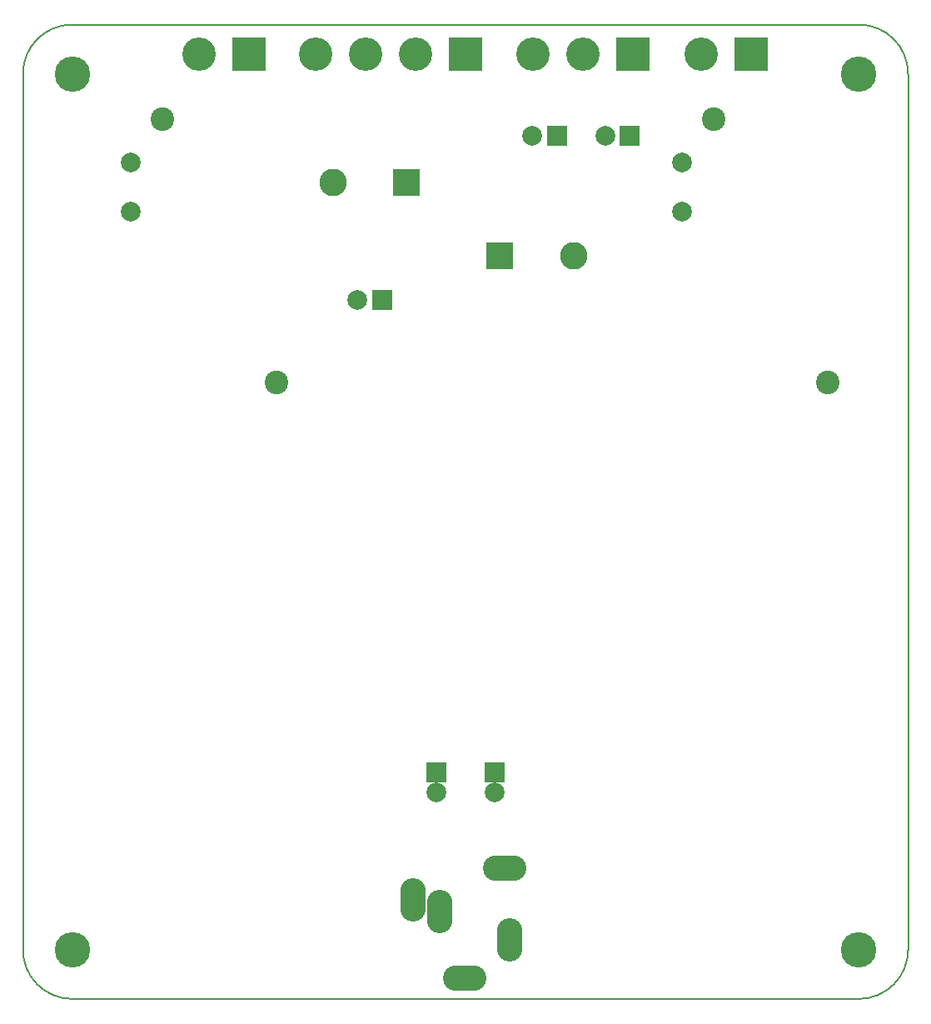
<source format=gbr>
%TF.GenerationSoftware,KiCad,Pcbnew,4.0.7-e2-6376~58~ubuntu16.04.1*%
%TF.CreationDate,2017-12-27T14:53:42+01:00*%
%TF.ProjectId,Class_D_Amp,436C6173735F445F416D702E6B696361,rev?*%
%TF.FileFunction,Soldermask,Bot*%
%FSLAX46Y46*%
G04 Gerber Fmt 4.6, Leading zero omitted, Abs format (unit mm)*
G04 Created by KiCad (PCBNEW 4.0.7-e2-6376~58~ubuntu16.04.1) date Wed Dec 27 14:53:42 2017*
%MOMM*%
%LPD*%
G01*
G04 APERTURE LIST*
%ADD10C,0.150000*%
%ADD11C,3.400000*%
%ADD12R,3.400000X3.400000*%
%ADD13R,2.000000X2.000000*%
%ADD14C,2.000000*%
%ADD15R,2.800000X2.800000*%
%ADD16C,2.800000*%
%ADD17C,2.400000*%
%ADD18O,2.600000X4.400000*%
%ADD19O,4.400000X2.600000*%
%ADD20C,3.600000*%
G04 APERTURE END LIST*
D10*
X110000000Y-21000000D02*
X110000000Y-110000000D01*
X20000000Y-21000000D02*
X20000000Y-110000000D01*
X105000000Y-16000000D02*
X25000000Y-16000000D01*
X25000000Y-115000000D02*
X105000000Y-115000000D01*
X20000000Y-110000000D02*
G75*
G03X25000000Y-115000000I5000000J0D01*
G01*
X25000000Y-16000000D02*
G75*
G03X20000000Y-21000000I0J-5000000D01*
G01*
X110000000Y-21000000D02*
G75*
G03X105000000Y-16000000I-5000000J0D01*
G01*
X105000000Y-115000000D02*
G75*
G03X110000000Y-110000000I0J5000000D01*
G01*
D11*
X59920000Y-19000000D03*
X54840000Y-19000000D03*
D12*
X65000000Y-19000000D03*
D11*
X49760000Y-19000000D03*
D13*
X81700000Y-27300000D03*
D14*
X79200000Y-27300000D03*
D13*
X74300000Y-27300000D03*
D14*
X71800000Y-27300000D03*
X87000000Y-30000000D03*
X87000000Y-35000000D03*
D15*
X68500000Y-39500000D03*
D16*
X76000000Y-39500000D03*
D15*
X59000000Y-32000000D03*
D16*
X51500000Y-32000000D03*
D14*
X31000000Y-30000000D03*
X31000000Y-35000000D03*
D13*
X68000000Y-92000000D03*
D14*
X68000000Y-94000000D03*
D13*
X62000000Y-92000000D03*
D14*
X62000000Y-94000000D03*
D13*
X56500000Y-44000000D03*
D14*
X54000000Y-44000000D03*
D17*
X90200000Y-25600000D03*
X101800000Y-52400000D03*
X34200000Y-25600000D03*
X45800000Y-52400000D03*
D12*
X94000000Y-19000000D03*
D11*
X88920000Y-19000000D03*
D12*
X43000000Y-19000000D03*
D11*
X37920000Y-19000000D03*
D12*
X82000000Y-19000000D03*
D11*
X76920000Y-19000000D03*
X71840000Y-19000000D03*
D18*
X69500000Y-109000000D03*
D19*
X69000000Y-101700000D03*
D18*
X62400000Y-106100000D03*
X59700000Y-104900000D03*
D19*
X64900000Y-112900000D03*
D20*
X105000000Y-21000000D03*
X105000000Y-110000000D03*
X25000000Y-110000000D03*
X25000000Y-21000000D03*
M02*

</source>
